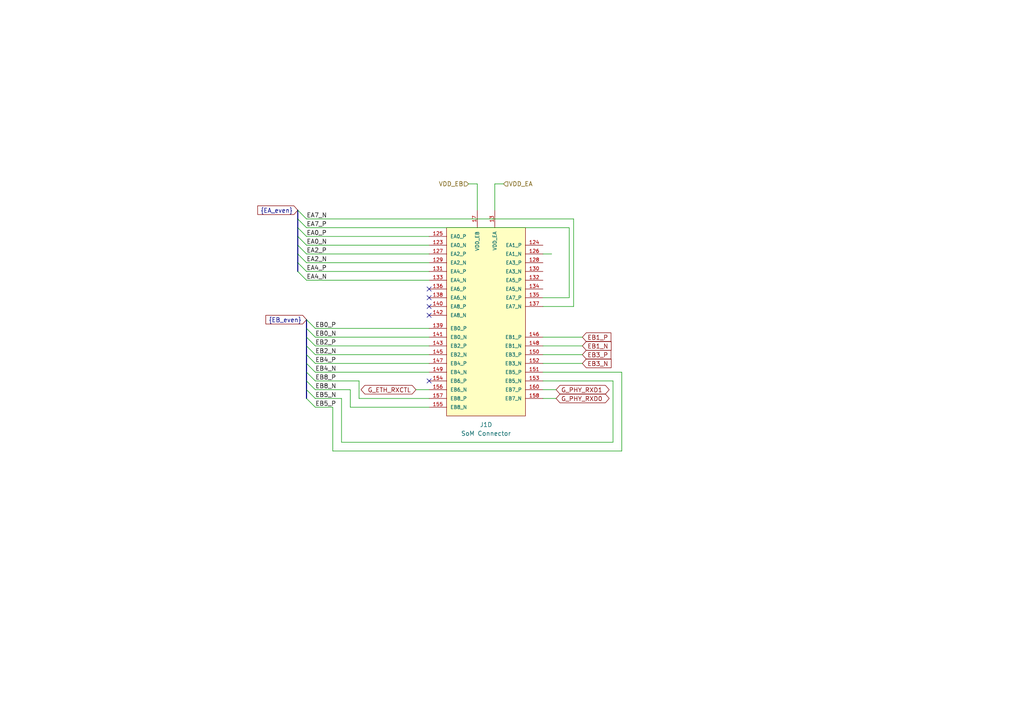
<source format=kicad_sch>
(kicad_sch (version 20250114) (generator "eeschema") (generator_version "9.0")
  (paper "A4")
  (title_block (title "SoM Programmer & ADC Board") (date "2026-02-09") (rev "0.1") (company "Technische Hochschule Köln") (comment 1 "Felix Sebastian Nitz") (comment 2 "Ismail Özdemirkan"))
  (lib_symbols
    (symbol "ccsom_lib:SoM connector" (pin_names (offset 1.016))
      (property "Reference" "J" (at 11.176 23.368 0))
      (property "Value" "SoM Connector" (at 11.176 21.336 0))
      (symbol "SoM connector_1_0"
        (rectangle (start -11.43 17.78) (end 11.43 -7.62) (stroke (width 0.1524)) (fill (type background)))
        (pin passive line (at -16.51 13.97 0) (length 5.08) (name "JTAG_TCK") (number "21"))
        (pin passive line (at -16.51 11.43 0) (length 5.08) (name "JTAG_TMS") (number "23"))
        (pin passive line (at -16.51 8.89 0) (length 5.08) (name "JTAG_TDI") (number "25"))
        (pin passive line (at -16.51 6.35 0) (length 5.08) (name "JTAG_TDO") (number "27"))
        (pin passive line (at -16.51 2.54 0) (length 5.08) (name "MD3") (number "33"))
        (pin passive line (at -16.51 0 0) (length 5.08) (name "MD2") (number "35"))
        (pin passive line (at -16.51 -2.54 0) (length 5.08) (name "MD1") (number "37"))
        (pin passive line (at -16.51 -5.08 0) (length 5.08) (name "MD0") (number "39"))
        (pin power_in line (at 0 22.86 270) (length 5.08) (name "+5V") (number "1"))
        (pin power_in line (at 0 22.86 270) (length 5.08) (hide yes) (name "+5V") (number "4"))
        (pin passive line (at 0 -12.7 90) (length 5.08) (hide yes) (name "GND") (number "10"))
        (pin passive line (at 0 -12.7 90) (length 5.08) (hide yes) (name "GND") (number "101"))
        (pin passive line (at 0 -12.7 90) (length 5.08) (hide yes) (name "GND") (number "105"))
        (pin passive line (at 0 -12.7 90) (length 5.08) (hide yes) (name "GND") (number "11"))
        (pin passive line (at 0 -12.7 90) (length 5.08) (hide yes) (name "GND") (number "112"))
        (pin passive line (at 0 -12.7 90) (length 5.08) (hide yes) (name "GND") (number "116"))
        (pin passive line (at 0 -12.7 90) (length 5.08) (hide yes) (name "GND") (number "122"))
        (pin passive line (at 0 -12.7 90) (length 5.08) (hide yes) (name "GND") (number "14"))
        (pin passive line (at 0 -12.7 90) (length 5.08) (hide yes) (name "GND") (number "144"))
        (pin passive line (at 0 -12.7 90) (length 5.08) (hide yes) (name "GND") (number "15"))
        (pin passive line (at 0 -12.7 90) (length 5.08) (hide yes) (name "GND") (number "159"))
        (pin passive line (at 0 -12.7 90) (length 5.08) (hide yes) (name "GND") (number "162"))
        (pin passive line (at 0 -12.7 90) (length 5.08) (hide yes) (name "GND") (number "180"))
        (pin passive line (at 0 -12.7 90) (length 5.08) (hide yes) (name "GND") (number "181"))
        (pin passive line (at 0 -12.7 90) (length 5.08) (hide yes) (name "GND") (number "19"))
        (pin passive line (at 0 -12.7 90) (length 5.08) (hide yes) (name "GND") (number "199"))
        (pin passive line (at 0 -12.7 90) (length 5.08) (name "GND") (number "2"))
        (pin passive line (at 0 -12.7 90) (length 5.08) (hide yes) (name "GND") (number "20"))
        (pin passive line (at 0 -12.7 90) (length 5.08) (hide yes) (name "GND") (number "22"))
        (pin passive line (at 0 -12.7 90) (length 5.08) (hide yes) (name "GND") (number "28"))
        (pin passive line (at 0 -12.7 90) (length 5.08) (hide yes) (name "GND") (number "3"))
        (pin passive line (at 0 -12.7 90) (length 5.08) (hide yes) (name "GND") (number "34"))
        (pin passive line (at 0 -12.7 90) (length 5.08) (hide yes) (name "GND") (number "40"))
        (pin passive line (at 0 -12.7 90) (length 5.08) (hide yes) (name "GND") (number "46"))
        (pin passive line (at 0 -12.7 90) (length 5.08) (hide yes) (name "GND") (number "52"))
        (pin passive line (at 0 -12.7 90) (length 5.08) (hide yes) (name "GND") (number "54"))
        (pin passive line (at 0 -12.7 90) (length 5.08) (hide yes) (name "GND") (number "6"))
        (pin passive line (at 0 -12.7 90) (length 5.08) (hide yes) (name "GND") (number "7"))
        (pin passive line (at 0 -12.7 90) (length 5.08) (hide yes) (name "GND") (number "97"))
        (pin passive line (at 0 -12.7 90) (length 5.08) (hide yes) (name "SHIELD") (number "S1"))
        (pin passive line (at 0 -12.7 90) (length 5.08) (hide yes) (name "SHIELD__1") (number "S2"))
        (pin passive line (at 16.51 13.97 180) (length 5.08) (name "APP_Reset") (number "18"))
        (pin passive line (at 16.51 10.16 180) (length 5.08) (name "CFG_Failed") (number "31"))
        (pin passive line (at 16.51 7.62 180) (length 5.08) (name "CFG_Done") (number "29"))
        (pin passive line (at 16.51 3.81 180) (length 5.08) (name "CLK1") (number "114"))
        (pin passive line (at 16.51 1.27 180) (length 5.08) (name "CLK2") (number "103"))
        (pin passive line (at 16.51 -1.27 180) (length 5.08) (name "CLK3") (number "99"))
      )
      (symbol "SoM connector_2_0"
        (rectangle (start -8.89 19.05) (end 8.89 3.81) (stroke (width 0.1524)) (fill (type background)))
        (pin passive line (at -13.97 15.24 0) (length 5.08) (name "TX_P0") (number "32"))
        (pin passive line (at -13.97 12.7 0) (length 5.08) (name "TX_N0") (number "30"))
        (pin passive line (at -13.97 10.16 0) (length 5.08) (name "RX_P0") (number "26"))
        (pin passive line (at -13.97 7.62 0) (length 5.08) (name "RX_N0") (number "24"))
        (pin passive line (at -1.27 -1.27 90) (length 5.08) (name "CLK_N") (number "38"))
        (pin passive line (at 1.27 -1.27 90) (length 5.08) (name "CLK_P") (number "36"))
        (pin passive line (at 13.97 15.24 180) (length 5.08) (name "RX_P1") (number "44"))
        (pin passive line (at 13.97 12.7 180) (length 5.08) (name "RX_N1") (number "42"))
        (pin passive line (at 13.97 10.16 180) (length 5.08) (name "TX_N1") (number "48"))
        (pin passive line (at 13.97 7.62 180) (length 5.08) (name "TX_P1") (number "50"))
      )
      (symbol "SoM connector_3_0"
        (rectangle (start -11.43 17.78) (end 11.43 -36.83) (stroke (width 0.1524)) (fill (type background)))
        (pin passive line (at -16.51 12.7 0) (length 5.08) (name "NA1_P") (number "195"))
        (pin passive line (at -16.51 10.16 0) (length 5.08) (name "NA1_N") (number "197"))
        (pin passive line (at -16.51 7.62 0) (length 5.08) (name "NA3_P") (number "191"))
        (pin passive line (at -16.51 5.08 0) (length 5.08) (name "NA3_N") (number "193"))
        (pin passive line (at -16.51 2.54 0) (length 5.08) (name "NA5_P") (number "187"))
        (pin passive line (at -16.51 0 0) (length 5.08) (name "NA5_N") (number "189"))
        (pin passive line (at -16.51 -2.54 0) (length 5.08) (name "NA7_P") (number "183"))
        (pin passive line (at -16.51 -5.08 0) (length 5.08) (name "NA7_N") (number "185"))
        (pin passive line (at -16.51 -13.97 0) (length 5.08) (name "NB1_P") (number "178"))
        (pin passive line (at -16.51 -16.51 0) (length 5.08) (name "NB1_N") (number "176"))
        (pin passive line (at -16.51 -19.05 0) (length 5.08) (name "NB3_P") (number "174"))
        (pin passive line (at -16.51 -21.59 0) (length 5.08) (name "NB3_N") (number "172"))
        (pin passive line (at -16.51 -24.13 0) (length 5.08) (name "NB5_P") (number "168"))
        (pin passive line (at -16.51 -26.67 0) (length 5.08) (name "NB5_N") (number "170"))
        (pin passive line (at -16.51 -29.21 0) (length 5.08) (name "NB7_P") (number "163"))
        (pin passive line (at -16.51 -31.75 0) (length 5.08) (name "NB7_N") (number "161"))
        (pin power_in line (at -2.54 22.86 270) (length 5.08) (name "VDD_NA") (number "9"))
        (pin power_in line (at 2.54 22.86 270) (length 5.08) (name "VDD_NB") (number "5"))
        (pin passive line (at 16.51 15.24 180) (length 5.08) (name "NA0_P") (number "198"))
        (pin passive line (at 16.51 12.7 180) (length 5.08) (name "NA0_N") (number "200"))
        (pin passive line (at 16.51 10.16 180) (length 5.08) (name "NA2_P") (number "194"))
        (pin passive line (at 16.51 7.62 180) (length 5.08) (name "NA2_N") (number "196"))
        (pin passive line (at 16.51 5.08 180) (length 5.08) (name "NA4_P") (number "192"))
        (pin passive line (at 16.51 2.54 180) (length 5.08) (name "NA4_N") (number "190"))
        (pin passive line (at 16.51 0 180) (length 5.08) (name "NA6_P") (number "186"))
        (pin passive line (at 16.51 -2.54 180) (length 5.08) (name "NA6_N") (number "188"))
        (pin passive line (at 16.51 -5.08 180) (length 5.08) (name "NA8_P") (number "182"))
        (pin passive line (at 16.51 -7.62 180) (length 5.08) (name "NA8_N") (number "184"))
        (pin passive line (at 16.51 -11.43 180) (length 5.08) (name "NB0_P") (number "179"))
        (pin passive line (at 16.51 -13.97 180) (length 5.08) (name "NB0_N") (number "177"))
        (pin passive line (at 16.51 -16.51 180) (length 5.08) (name "NB2_P") (number "175"))
        (pin passive line (at 16.51 -19.05 180) (length 5.08) (name "NB2_N") (number "173"))
        (pin passive line (at 16.51 -21.59 180) (length 5.08) (name "NB4_P") (number "171"))
        (pin passive line (at 16.51 -24.13 180) (length 5.08) (name "NB4_N") (number "169"))
        (pin passive line (at 16.51 -26.67 180) (length 5.08) (name "NB6_P") (number "167"))
        (pin passive line (at 16.51 -29.21 180) (length 5.08) (name "NB6_N") (number "165"))
        (pin passive line (at 16.51 -31.75 180) (length 5.08) (name "NB8_P") (number "166"))
        (pin passive line (at 16.51 -34.29 180) (length 5.08) (name "NB8_N") (number "164"))
      )
      (symbol "SoM connector_4_0"
        (rectangle (start -11.43 17.78) (end 11.43 -36.83) (stroke (width 0.1524)) (fill (type background)))
        (pin passive line (at -16.51 12.7 0) (length 5.08) (name "EA1_P") (number "124"))
        (pin passive line (at -16.51 10.16 0) (length 5.08) (name "EA1_N") (number "126"))
        (pin passive line (at -16.51 7.62 0) (length 5.08) (name "EA3_P") (number "128"))
        (pin passive line (at -16.51 5.08 0) (length 5.08) (name "EA3_N") (number "130"))
        (pin passive line (at -16.51 2.54 0) (length 5.08) (name "EA5_P") (number "132"))
        (pin passive line (at -16.51 0 0) (length 5.08) (name "EA5_N") (number "134"))
        (pin passive line (at -16.51 -2.54 0) (length 5.08) (name "EA7_P") (number "135"))
        (pin passive line (at -16.51 -5.08 0) (length 5.08) (name "EA7_N") (number "137"))
        (pin passive line (at -16.51 -13.97 0) (length 5.08) (name "EB1_P") (number "146"))
        (pin passive line (at -16.51 -16.51 0) (length 5.08) (name "EB1_N") (number "148"))
        (pin passive line (at -16.51 -19.05 0) (length 5.08) (name "EB3_P") (number "150"))
        (pin passive line (at -16.51 -21.59 0) (length 5.08) (name "EB3_N") (number "152"))
        (pin passive line (at -16.51 -24.13 0) (length 5.08) (name "EB5_P") (number "151"))
        (pin passive line (at -16.51 -26.67 0) (length 5.08) (name "EB5_N") (number "153"))
        (pin passive line (at -16.51 -29.21 0) (length 5.08) (name "EB7_P") (number "160"))
        (pin passive line (at -16.51 -31.75 0) (length 5.08) (name "EB7_N") (number "158"))
        (pin power_in line (at -2.54 22.86 270) (length 5.08) (name "VDD_EA") (number "13"))
        (pin power_in line (at 2.54 22.86 270) (length 5.08) (name "VDD_EB") (number "17"))
        (pin passive line (at 16.51 15.24 180) (length 5.08) (name "EA0_P") (number "125"))
        (pin passive line (at 16.51 12.7 180) (length 5.08) (name "EA0_N") (number "123"))
        (pin passive line (at 16.51 10.16 180) (length 5.08) (name "EA2_P") (number "127"))
        (pin passive line (at 16.51 7.62 180) (length 5.08) (name "EA2_N") (number "129"))
        (pin passive line (at 16.51 5.08 180) (length 5.08) (name "EA4_P") (number "131"))
        (pin passive line (at 16.51 2.54 180) (length 5.08) (name "EA4_N") (number "133"))
        (pin passive line (at 16.51 0 180) (length 5.08) (name "EA6_P") (number "136"))
        (pin passive line (at 16.51 -2.54 180) (length 5.08) (name "EA6_N") (number "138"))
        (pin passive line (at 16.51 -5.08 180) (length 5.08) (name "EA8_P") (number "140"))
        (pin passive line (at 16.51 -7.62 180) (length 5.08) (name "EA8_N") (number "142"))
        (pin passive line (at 16.51 -11.43 180) (length 5.08) (name "EB0_P") (number "139"))
        (pin passive line (at 16.51 -13.97 180) (length 5.08) (name "EB0_N") (number "141"))
        (pin passive line (at 16.51 -16.51 180) (length 5.08) (name "EB2_P") (number "143"))
        (pin passive line (at 16.51 -19.05 180) (length 5.08) (name "EB2_N") (number "145"))
        (pin passive line (at 16.51 -21.59 180) (length 5.08) (name "EB4_P") (number "147"))
        (pin passive line (at 16.51 -24.13 180) (length 5.08) (name "EB4_N") (number "149"))
        (pin passive line (at 16.51 -26.67 180) (length 5.08) (name "EB6_P") (number "154"))
        (pin passive line (at 16.51 -29.21 180) (length 5.08) (name "EB6_N") (number "156"))
        (pin passive line (at 16.51 -31.75 180) (length 5.08) (name "EB8_P") (number "157"))
        (pin passive line (at 16.51 -34.29 180) (length 5.08) (name "EB8_N") (number "155"))
      )
      (symbol "SoM connector_5_0"
        (rectangle (start -11.43 17.78) (end 11.43 -26.67) (stroke (width 0.1524)) (fill (type background)))
        (pin passive line (at -16.51 12.7 0) (length 5.08) (name "SA1_P") (number "90"))
        (pin passive line (at -16.51 10.16 0) (length 5.08) (name "SA1_N") (number "88"))
        (pin passive line (at -16.51 7.62 0) (length 5.08) (name "SA3_P") (number "87"))
        (pin passive line (at -16.51 5.08 0) (length 5.08) (name "SA3_N") (number "85"))
        (pin passive line (at -16.51 2.54 0) (length 5.08) (name "SA5_P") (number "91"))
        (pin passive line (at -16.51 0 0) (length 5.08) (name "SA5_N") (number "89"))
        (pin passive line (at -16.51 -2.54 0) (length 5.08) (name "SA7_P") (number "102"))
        (pin passive line (at -16.51 -5.08 0) (length 5.08) (name "SA7_N") (number "100"))
        (pin passive line (at -16.51 -11.43 0) (length 5.08) (name "SB1_P") (number "113"))
        (pin passive line (at -16.51 -13.97 0) (length 5.08) (name "SB1_N") (number "111"))
        (pin passive line (at -16.51 -16.51 0) (length 5.08) (name "SB3_P") (number "121"))
        (pin passive line (at -16.51 -19.05 0) (length 5.08) (name "SB3_N") (number "119"))
        (pin passive line (at -16.51 -21.59 0) (length 5.08) (name "SB7") (number "118"))
        (pin passive line (at -16.51 -24.13 0) (length 5.08) (name "SB8") (number "120"))
        (pin power_in line (at 0 22.86 270) (length 5.08) (name "VDD_SA") (number "16"))
        (pin passive line (at 16.51 15.24 180) (length 5.08) (name "SA0_P") (number "83"))
        (pin passive line (at 16.51 12.7 180) (length 5.08) (name "SA0_N") (number "81"))
        (pin passive line (at 16.51 10.16 180) (length 5.08) (name "SA2_P") (number "94"))
        (pin passive line (at 16.51 7.62 180) (length 5.08) (name "SA2_N") (number "92"))
        (pin passive line (at 16.51 5.08 180) (length 5.08) (name "SA4_P") (number "98"))
        (pin passive line (at 16.51 2.54 180) (length 5.08) (name "SA4_N") (number "96"))
        (pin passive line (at 16.51 0 180) (length 5.08) (name "SA6_P") (number "95"))
        (pin passive line (at 16.51 -2.54 180) (length 5.08) (name "SA6_N") (number "93"))
        (pin passive line (at 16.51 -5.08 180) (length 5.08) (name "SA8_P") (number "106"))
        (pin passive line (at 16.51 -7.62 180) (length 5.08) (name "SA8_N") (number "104"))
        (pin passive line (at 16.51 -11.43 180) (length 5.08) (name "SB0_P") (number "109"))
        (pin passive line (at 16.51 -13.97 180) (length 5.08) (name "SB0_N") (number "107"))
        (pin passive line (at 16.51 -16.51 180) (length 5.08) (name "SB2_P") (number "117"))
        (pin passive line (at 16.51 -19.05 180) (length 5.08) (name "SB2_N") (number "115"))
        (pin passive line (at 16.51 -21.59 180) (length 5.08) (name "SB4_P") (number "110"))
        (pin passive line (at 16.51 -24.13 180) (length 5.08) (name "SB4_N") (number "108"))
      )
      (symbol "SoM connector_6_0"
        (rectangle (start -11.43 17.78) (end 11.43 -36.83) (stroke (width 0.1524)) (fill (type background)))
        (pin passive line (at -16.51 12.7 0) (length 5.08) (name "WC1_P") (number "63"))
        (pin passive line (at -16.51 10.16 0) (length 5.08) (name "WC1_N") (number "61"))
        (pin passive line (at -16.51 7.62 0) (length 5.08) (name "WC3_P") (number "59"))
        (pin passive line (at -16.51 5.08 0) (length 5.08) (name "WC3_N") (number "57"))
        (pin passive line (at -16.51 2.54 0) (length 5.08) (name "WC5_P") (number "55"))
        (pin passive line (at -16.51 0 0) (length 5.08) (name "WC5_N") (number "53"))
        (pin passive line (at -16.51 -2.54 0) (length 5.08) (name "WC7_P") (number "47"))
        (pin passive line (at -16.51 -5.08 0) (length 5.08) (name "WC7_N") (number "45"))
        (pin passive line (at -16.51 -13.97 0) (length 5.08) (name "WB1_P") (number "82"))
        (pin passive line (at -16.51 -16.51 0) (length 5.08) (name "WB1_N") (number "80"))
        (pin passive line (at -16.51 -19.05 0) (length 5.08) (name "WB3_P") (number "78"))
        (pin passive line (at -16.51 -21.59 0) (length 5.08) (name "WB3_N") (number "76"))
        (pin passive line (at -16.51 -24.13 0) (length 5.08) (name "WB5_P") (number "74"))
        (pin passive line (at -16.51 -26.67 0) (length 5.08) (name "WB5_N") (number "72"))
        (pin passive line (at -16.51 -29.21 0) (length 5.08) (name "WB7_P") (number "70"))
        (pin passive line (at -16.51 -31.75 0) (length 5.08) (name "WB7_N") (number "68"))
        (pin power_in line (at -2.54 22.86 270) (length 5.08) (name "VDD_WC") (number "8"))
        (pin power_in line (at 2.54 22.86 270) (length 5.08) (name "VDD_WB") (number "12"))
        (pin passive line (at 16.51 15.24 180) (length 5.08) (name "WC0_P") (number "66"))
        (pin passive line (at 16.51 12.7 180) (length 5.08) (name "WC0_N") (number "64"))
        (pin passive line (at 16.51 10.16 180) (length 5.08) (name "WC2_P") (number "62"))
        (pin passive line (at 16.51 7.62 180) (length 5.08) (name "WC2_N") (number "60"))
        (pin passive line (at 16.51 5.08 180) (length 5.08) (name "WC4_P") (number "58"))
        (pin passive line (at 16.51 2.54 180) (length 5.08) (name "WC4_N") (number "56"))
        (pin passive line (at 16.51 0 180) (length 5.08) (name "WC6_P") (number "51"))
        (pin passive line (at 16.51 -2.54 180) (length 5.08) (name "WC6_N") (number "49"))
        (pin passive line (at 16.51 -5.08 180) (length 5.08) (name "WC8_P") (number "43"))
        (pin passive line (at 16.51 -7.62 180) (length 5.08) (name "WC8_N") (number "41"))
        (pin passive line (at 16.51 -11.43 180) (length 5.08) (name "WB0_P") (number "86"))
        (pin passive line (at 16.51 -13.97 180) (length 5.08) (name "WB0_N") (number "84"))
        (pin passive line (at 16.51 -16.51 180) (length 5.08) (name "WB2_P") (number "79"))
        (pin passive line (at 16.51 -19.05 180) (length 5.08) (name "WB2_N") (number "77"))
        (pin passive line (at 16.51 -21.59 180) (length 5.08) (name "WB4_P") (number "75"))
        (pin passive line (at 16.51 -24.13 180) (length 5.08) (name "WB4_N") (number "73"))
        (pin passive line (at 16.51 -26.67 180) (length 5.08) (name "WB6_P") (number "71"))
        (pin passive line (at 16.51 -29.21 180) (length 5.08) (name "WB6_N") (number "69"))
        (pin passive line (at 16.51 -31.75 180) (length 5.08) (name "WB8_P") (number "67"))
        (pin passive line (at 16.51 -34.29 180) (length 5.08) (name "WB8_N") (number "65"))
      )
    )
  )
  (no_connect (at 124.46 83.82))
  (no_connect (at 124.46 91.44))
  (no_connect (at 124.46 110.49))
  (no_connect (at 124.46 86.36))
  (no_connect (at 124.46 88.9))
  (bus_entry (at 86.36 73.66) (size 2.54 2.54))
  (bus_entry (at 88.9 92.71) (size 2.54 2.54))
  (bus_entry (at 88.9 95.25) (size 2.54 2.54))
  (bus_entry (at 88.9 107.95) (size 2.54 2.54))
  (bus_entry (at 86.36 60.96) (size 2.54 2.54))
  (bus_entry (at 88.9 115.57) (size 2.54 2.54))
  (bus_entry (at 88.9 102.87) (size 2.54 2.54))
  (bus_entry (at 86.36 68.58) (size 2.54 2.54))
  (bus_entry (at 86.36 76.2) (size 2.54 2.54))
  (bus_entry (at 86.36 71.12) (size 2.54 2.54))
  (bus_entry (at 86.36 63.5) (size 2.54 2.54))
  (bus_entry (at 86.36 78.74) (size 2.54 2.54))
  (bus_entry (at 88.9 113.03) (size 2.54 2.54))
  (bus_entry (at 88.9 97.79) (size 2.54 2.54))
  (bus_entry (at 88.9 105.41) (size 2.54 2.54))
  (bus_entry (at 88.9 100.33) (size 2.54 2.54))
  (bus_entry (at 86.36 66.04) (size 2.54 2.54))
  (bus_entry (at 88.9 110.49) (size 2.54 2.54))
  (wire (pts (xy 91.44 110.49) (xy 104.14 110.49)))
  (wire (pts (xy 91.44 102.87) (xy 124.46 102.87)))
  (wire (pts (xy 165.1 66.04) (xy 165.1 86.36)))
  (bus (pts (xy 86.36 63.5) (xy 86.36 66.04)))
  (wire (pts (xy 180.34 130.81) (xy 180.34 107.95)))
  (wire (pts (xy 143.51 53.34) (xy 146.05 53.34)))
  (wire (pts (xy 99.06 128.27) (xy 177.8 128.27)))
  (wire (pts (xy 91.44 105.41) (xy 124.46 105.41)))
  (wire (pts (xy 104.14 110.49) (xy 104.14 115.57)))
  (wire (pts (xy 88.9 63.5) (xy 166.37 63.5)))
  (wire (pts (xy 157.48 97.79) (xy 168.91 97.79)))
  (wire (pts (xy 166.37 63.5) (xy 166.37 88.9)))
  (wire (pts (xy 91.44 100.33) (xy 124.46 100.33)))
  (bus (pts (xy 86.36 60.96) (xy 86.36 63.5)))
  (bus (pts (xy 88.9 110.49) (xy 88.9 113.03)))
  (wire (pts (xy 91.44 95.25) (xy 124.46 95.25)))
  (bus (pts (xy 86.36 71.12) (xy 86.36 73.66)))
  (wire (pts (xy 104.14 115.57) (xy 124.46 115.57)))
  (wire (pts (xy 120.65 113.03) (xy 124.46 113.03)))
  (wire (pts (xy 88.9 81.28) (xy 124.46 81.28)))
  (wire (pts (xy 157.48 102.87) (xy 168.91 102.87)))
  (wire (pts (xy 165.1 86.36) (xy 157.48 86.36)))
  (bus (pts (xy 86.36 76.2) (xy 86.36 78.74)))
  (wire (pts (xy 91.44 118.11) (xy 96.52 118.11)))
  (wire (pts (xy 96.52 118.11) (xy 96.52 130.81)))
  (wire (pts (xy 157.48 110.49) (xy 177.8 110.49)))
  (wire (pts (xy 88.9 68.58) (xy 124.46 68.58)))
  (bus (pts (xy 88.9 107.95) (xy 88.9 110.49)))
  (wire (pts (xy 101.6 118.11) (xy 124.46 118.11)))
  (wire (pts (xy 101.6 113.03) (xy 101.6 118.11)))
  (wire (pts (xy 143.51 53.34) (xy 143.51 60.96)))
  (wire (pts (xy 88.9 71.12) (xy 124.46 71.12)))
  (wire (pts (xy 96.52 130.81) (xy 180.34 130.81)))
  (wire (pts (xy 177.8 128.27) (xy 177.8 110.49)))
  (bus (pts (xy 86.36 66.04) (xy 86.36 68.58)))
  (bus (pts (xy 88.9 97.79) (xy 88.9 100.33)))
  (wire (pts (xy 99.06 115.57) (xy 99.06 128.27)))
  (bus (pts (xy 86.36 68.58) (xy 86.36 71.12)))
  (wire (pts (xy 180.34 107.95) (xy 157.48 107.95)))
  (bus (pts (xy 88.9 100.33) (xy 88.9 102.87)))
  (bus (pts (xy 88.9 105.41) (xy 88.9 107.95)))
  (wire (pts (xy 138.43 53.34) (xy 138.43 60.96)))
  (bus (pts (xy 88.9 92.71) (xy 88.9 95.25)))
  (bus (pts (xy 88.9 95.25) (xy 88.9 97.79)))
  (wire (pts (xy 166.37 88.9) (xy 157.48 88.9)))
  (bus (pts (xy 88.9 102.87) (xy 88.9 105.41)))
  (wire (pts (xy 88.9 76.2) (xy 124.46 76.2)))
  (wire (pts (xy 91.44 97.79) (xy 124.46 97.79)))
  (bus (pts (xy 86.36 73.66) (xy 86.36 76.2)))
  (wire (pts (xy 91.44 115.57) (xy 99.06 115.57)))
  (wire (pts (xy 88.9 73.66) (xy 124.46 73.66)))
  (wire (pts (xy 135.89 53.34) (xy 138.43 53.34)))
  (wire (pts (xy 91.44 107.95) (xy 124.46 107.95)))
  (wire (pts (xy 160.02 73.66) (xy 157.48 73.66)))
  (wire (pts (xy 157.48 105.41) (xy 168.91 105.41)))
  (wire (pts (xy 91.44 113.03) (xy 101.6 113.03)))
  (bus (pts (xy 88.9 113.03) (xy 88.9 115.57)))
  (wire (pts (xy 88.9 78.74) (xy 124.46 78.74)))
  (wire (pts (xy 157.48 100.33) (xy 168.91 100.33)))
  (wire (pts (xy 88.9 66.04) (xy 165.1 66.04)))
  (wire (pts (xy 157.48 115.57) (xy 161.29 115.57)))
  (wire (pts (xy 157.48 113.03) (xy 161.29 113.03)))
  (label "EA4_P" (at 88.9 78.74 0))
  (label "EA0_P" (at 88.9 68.58 0))
  (label "EA0_N" (at 88.9 71.12 0))
  (label "EB8_N" (at 91.44 113.03 0))
  (label "EB0_N" (at 91.44 97.79 0))
  (label "EB8_P" (at 91.44 110.49 0))
  (label "EA4_N" (at 88.9 81.28 0))
  (label "EA7_P" (at 88.9 66.04 0))
  (label "EB4_N" (at 91.44 107.95 0))
  (label "EB2_P" (at 91.44 100.33 0))
  (label "EA2_P" (at 88.9 73.66 0))
  (label "EB5_N" (at 91.44 115.57 0))
  (label "EB4_P" (at 91.44 105.41 0))
  (label "EB0_P" (at 91.44 95.25 0))
  (label "EB5_P" (at 91.44 118.11 0))
  (label "EA2_N" (at 88.9 76.2 0))
  (label "EB2_N" (at 91.44 102.87 0))
  (label "EA7_N" (at 88.9 63.5 0))
  (global_label "EB3_P" (shape input) (at 168.91 102.87 0) (property "Intersheetrefs" "${INTERSHEET_REFS}" (effects (hide yes))))
  (global_label "G_ETH_RXCTL" (shape bidirectional) (at 120.65 113.03 180) (property "Intersheetrefs" "${INTERSHEET_REFS}" (effects (hide yes))))
  (global_label "G_PHY_RXD1" (shape bidirectional) (at 161.29 113.03 0) (property "Intersheetrefs" "${INTERSHEET_REFS}" (effects (hide yes))))
  (global_label "EB1_N" (shape input) (at 168.91 100.33 0) (property "Intersheetrefs" "${INTERSHEET_REFS}" (effects (hide yes))))
  (global_label "{EB_even}" (shape input) (at 88.9 92.71 180) (property "Intersheetrefs" "${INTERSHEET_REFS}" (effects (hide yes))))
  (global_label "EB3_N" (shape input) (at 168.91 105.41 0) (property "Intersheetrefs" "${INTERSHEET_REFS}" (effects (hide yes))))
  (global_label "G_PHY_RXD0" (shape bidirectional) (at 161.29 115.57 0) (property "Intersheetrefs" "${INTERSHEET_REFS}" (effects (hide yes))))
  (global_label "{EA_even}" (shape input) (at 86.36 60.96 180) (property "Intersheetrefs" "${INTERSHEET_REFS}" (effects (hide yes))))
  (global_label "EB1_P" (shape input) (at 168.91 97.79 0) (property "Intersheetrefs" "${INTERSHEET_REFS}" (effects (hide yes))))
  (hierarchical_label "VDD_EB" (shape input) (at 135.89 53.34 180))
  (hierarchical_label "VDD_EA" (shape input) (at 146.05 53.34 0))
  (symbol (lib_id "ccsom_lib:SoM connector") (at 140.97 83.82 0) (mirror y) (unit 4)
    (property "Reference" "J1" (at 140.97 123.19 0))
    (property "Value" "SoM Connector" (at 140.97 125.73 0))
    (property "Footprint" "ccsom_Footprint_lib:SoM_Connector" (effects (hide yes)))
    (property "Description" "TE_1473005-1" (effects (hide yes)))
    (property "STANDARD" "Manufacturer Recommendations" (effects (hide yes)))
    (property "MAXIMUM_PACKAGE_HEIGHT" "5.9mm" (effects (hide yes)))
    (property "MANUFACTURER" "TE Connectivity" (effects (hide yes)))
    (property "Mouser Part Number" "571-1-1473005-1" (effects (hide yes)))
  )
)
</source>
